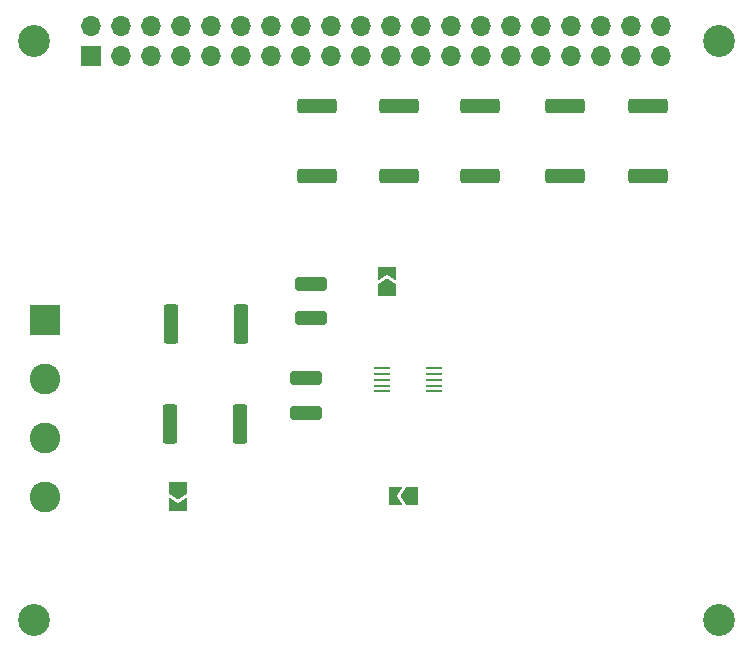
<source format=gts>
G04 #@! TF.GenerationSoftware,KiCad,Pcbnew,8.0.6-8.0.6-0~ubuntu22.04.1*
G04 #@! TF.CreationDate,2024-11-13T10:01:41+01:00*
G04 #@! TF.ProjectId,INA228_hat,494e4132-3238-45f6-9861-742e6b696361,rev?*
G04 #@! TF.SameCoordinates,Original*
G04 #@! TF.FileFunction,Soldermask,Top*
G04 #@! TF.FilePolarity,Negative*
%FSLAX46Y46*%
G04 Gerber Fmt 4.6, Leading zero omitted, Abs format (unit mm)*
G04 Created by KiCad (PCBNEW 8.0.6-8.0.6-0~ubuntu22.04.1) date 2024-11-13 10:01:41*
%MOMM*%
%LPD*%
G01*
G04 APERTURE LIST*
G04 Aperture macros list*
%AMRoundRect*
0 Rectangle with rounded corners*
0 $1 Rounding radius*
0 $2 $3 $4 $5 $6 $7 $8 $9 X,Y pos of 4 corners*
0 Add a 4 corners polygon primitive as box body*
4,1,4,$2,$3,$4,$5,$6,$7,$8,$9,$2,$3,0*
0 Add four circle primitives for the rounded corners*
1,1,$1+$1,$2,$3*
1,1,$1+$1,$4,$5*
1,1,$1+$1,$6,$7*
1,1,$1+$1,$8,$9*
0 Add four rect primitives between the rounded corners*
20,1,$1+$1,$2,$3,$4,$5,0*
20,1,$1+$1,$4,$5,$6,$7,0*
20,1,$1+$1,$6,$7,$8,$9,0*
20,1,$1+$1,$8,$9,$2,$3,0*%
%AMFreePoly0*
4,1,6,1.000000,0.000000,0.500000,-0.750000,-0.500000,-0.750000,-0.500000,0.750000,0.500000,0.750000,1.000000,0.000000,1.000000,0.000000,$1*%
%AMFreePoly1*
4,1,6,0.500000,-0.750000,-0.650000,-0.750000,-0.150000,0.000000,-0.650000,0.750000,0.500000,0.750000,0.500000,-0.750000,0.500000,-0.750000,$1*%
G04 Aperture macros list end*
%ADD10RoundRect,0.250000X-1.425000X0.362500X-1.425000X-0.362500X1.425000X-0.362500X1.425000X0.362500X0*%
%ADD11RoundRect,0.250000X-1.100000X0.325000X-1.100000X-0.325000X1.100000X-0.325000X1.100000X0.325000X0*%
%ADD12FreePoly0,90.000000*%
%ADD13FreePoly1,90.000000*%
%ADD14FreePoly0,270.000000*%
%ADD15FreePoly1,270.000000*%
%ADD16C,2.700000*%
%ADD17R,2.600000X2.600000*%
%ADD18C,2.600000*%
%ADD19RoundRect,0.250000X1.425000X-0.362500X1.425000X0.362500X-1.425000X0.362500X-1.425000X-0.362500X0*%
%ADD20R,1.333500X0.279400*%
%ADD21RoundRect,0.250000X-0.362500X-1.425000X0.362500X-1.425000X0.362500X1.425000X-0.362500X1.425000X0*%
%ADD22FreePoly0,180.000000*%
%ADD23FreePoly1,180.000000*%
%ADD24R,1.700000X1.700000*%
%ADD25O,1.700000X1.700000*%
G04 APERTURE END LIST*
D10*
X141300000Y-53012500D03*
X141300000Y-58937500D03*
D11*
X126500000Y-76050000D03*
X126500000Y-79000000D03*
D12*
X133375000Y-68625000D03*
D13*
X133375000Y-67175000D03*
D14*
X115675000Y-85350000D03*
D15*
X115675000Y-86800000D03*
D16*
X161500000Y-47500000D03*
D17*
X104425000Y-71150000D03*
D18*
X104425000Y-76150000D03*
X104425000Y-81150000D03*
X104425000Y-86150000D03*
D19*
X148500000Y-58950000D03*
X148500000Y-53025000D03*
D16*
X103500000Y-96500000D03*
D20*
X137416149Y-77183851D03*
X137416149Y-76683849D03*
X137416149Y-76183850D03*
X137416149Y-75683851D03*
X137416149Y-75183849D03*
X132983849Y-75183849D03*
X132983849Y-75683851D03*
X132983849Y-76183850D03*
X132983849Y-76683849D03*
X132983849Y-77183851D03*
D16*
X103500000Y-47500000D03*
D10*
X127500000Y-53000000D03*
X127500000Y-58925000D03*
X134450000Y-53012500D03*
X134450000Y-58937500D03*
D21*
X115100000Y-71500000D03*
X121025000Y-71500000D03*
D19*
X155525000Y-58950000D03*
X155525000Y-53025000D03*
D21*
X115000000Y-79950000D03*
X120925000Y-79950000D03*
D22*
X135500000Y-86075000D03*
D23*
X134050000Y-86075000D03*
D16*
X161500000Y-96500000D03*
D11*
X127000000Y-68050000D03*
X127000000Y-71000000D03*
D24*
X108370000Y-48770000D03*
D25*
X108370000Y-46230000D03*
X110910000Y-48770000D03*
X110910000Y-46230000D03*
X113450000Y-48770000D03*
X113450000Y-46230000D03*
X115990000Y-48770000D03*
X115990000Y-46230000D03*
X118530000Y-48770000D03*
X118530000Y-46230000D03*
X121070000Y-48770000D03*
X121070000Y-46230000D03*
X123610000Y-48770000D03*
X123610000Y-46230000D03*
X126150000Y-48770000D03*
X126150000Y-46230000D03*
X128690000Y-48770000D03*
X128690000Y-46230000D03*
X131230000Y-48770000D03*
X131230000Y-46230000D03*
X133770000Y-48770000D03*
X133770000Y-46230000D03*
X136310000Y-48770000D03*
X136310000Y-46230000D03*
X138850000Y-48770000D03*
X138850000Y-46230000D03*
X141390000Y-48770000D03*
X141390000Y-46230000D03*
X143930000Y-48770000D03*
X143930000Y-46230000D03*
X146470000Y-48770000D03*
X146470000Y-46230000D03*
X149010000Y-48770000D03*
X149010000Y-46230000D03*
X151550000Y-48770000D03*
X151550000Y-46230000D03*
X154090000Y-48770000D03*
X154090000Y-46230000D03*
X156630000Y-48770000D03*
X156630000Y-46230000D03*
M02*

</source>
